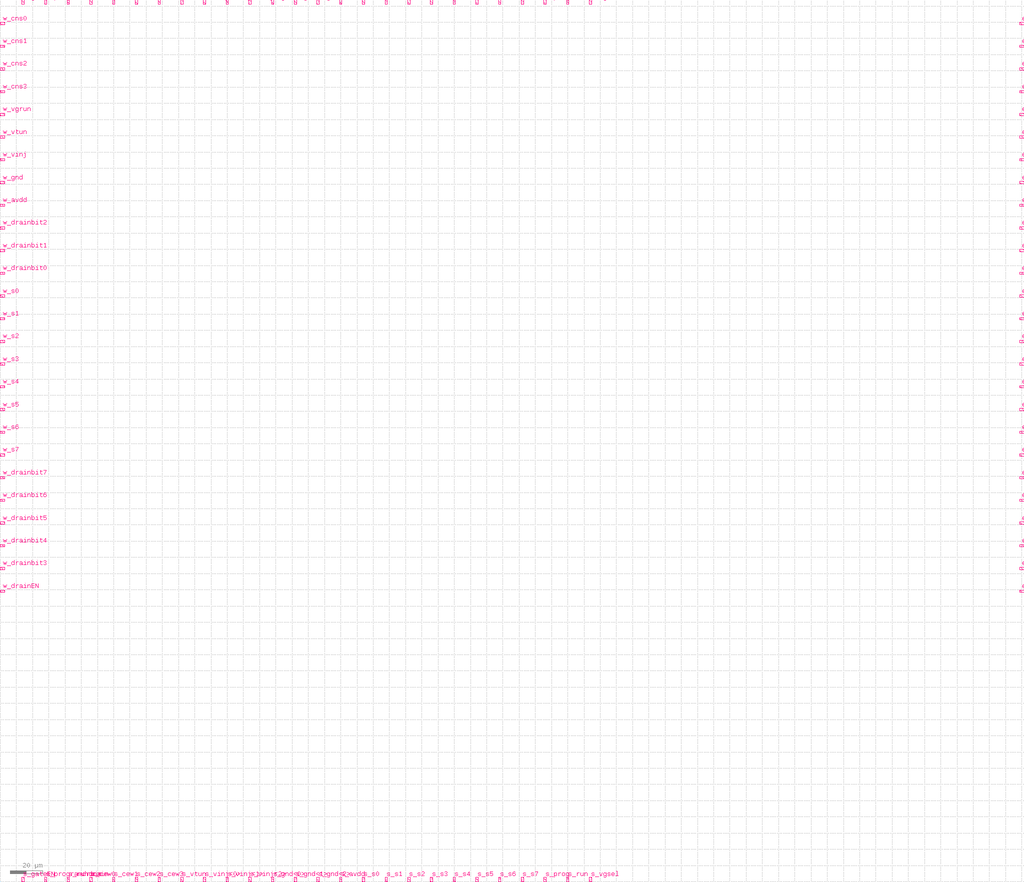
<source format=lef>
VERSION 5.5 ;
NAMESCASESENSITIVE ON ;
BUSBITCHARS "[]" ;
DIVIDERCHAR "/" ;

PROPERTYDEFINITIONS
  LAYER routingPitch REAL ;
END PROPERTYDEFINITIONS

UNITS
  DATABASE MICRONS 1000 ;
END UNITS
MANUFACTURINGGRID 0.01 ;
LAYER POLY1
  TYPE MASTERSLICE ;
END POLY1

LAYER CONT
  TYPE CUT ;
  SPACING 0.4 ;
END CONT

LAYER METAL1
  TYPE ROUTING ;
  DIRECTION HORIZONTAL ;
  PITCH 0 ;
  WIDTH 0.5 ;
  SPACING 0.45 ;
  PROPERTY routingPitch 1.25 ;
END METAL1

LAYER VIA12
  TYPE CUT ;
  SPACING 0.45 ;
END VIA12

LAYER METAL2
  TYPE ROUTING ;
  DIRECTION VERTICAL ;
  PITCH 0 ;
  WIDTH 0.6 ;
  SPACING 0.5 ;
  PROPERTY routingPitch 1.4 ;
END METAL2

LAYER VIA23
  TYPE CUT ;
  SPACING 0.45 ;
END VIA23

LAYER METAL3
  TYPE ROUTING ;
  DIRECTION HORIZONTAL ;
  PITCH 0 ;
  WIDTH 0.6 ;
  SPACING 0.5 ;
  PROPERTY routingPitch 1.25 ;
END METAL3

LAYER VIA34
  TYPE CUT ;
  SPACING 0.45 ;
END VIA34

LAYER METAL4
  TYPE ROUTING ;
  DIRECTION VERTICAL ;
  PITCH 0 ;
  WIDTH 0.6 ;
  SPACING 0.6 ;
  PROPERTY routingPitch 1.4 ;
END METAL4

LAYER OVERLAP
  TYPE OVERLAP ;
END OVERLAP

VIARULE M4_M3 GENERATE
  LAYER METAL3 ;
    ENCLOSURE 0.2 0.2 ;
  LAYER METAL4 ;
    ENCLOSURE 0.15 0.15 ;
  LAYER VIA34 ;
    RECT -0.25 -0.25 0.25 0.25 ;
    SPACING 1 BY 1 ;
END M4_M3

VIARULE M3_M2 GENERATE
  LAYER METAL2 ;
    ENCLOSURE 0.2 0.2 ;
  LAYER METAL3 ;
    ENCLOSURE 0.15 0.15 ;
  LAYER VIA23 ;
    RECT -0.25 -0.25 0.25 0.25 ;
    SPACING 1 BY 1 ;
END M3_M2

VIARULE M2_M1 GENERATE
  LAYER METAL1 ;
    ENCLOSURE 0.2 0.2 ;
  LAYER METAL2 ;
    ENCLOSURE 0.15 0.15 ;
  LAYER VIA12 ;
    RECT -0.25 -0.25 0.25 0.25 ;
    SPACING 1 BY 1 ;
END M2_M1

VIARULE M1_POLY1 GENERATE
  LAYER POLY1 ;
    ENCLOSURE 0.2 0.2 ;
  LAYER METAL1 ;
    ENCLOSURE 0.15 0.15 ;
  LAYER CONT ;
    RECT -0.2 -0.2 0.2 0.2 ;
    SPACING 1 BY 1 ;
END M1_POLY1

VIA M1_POLY1
  LAYER CONT ;
    RECT -0.2 -0.2 0.2 0.2 ;
  LAYER POLY1 ;
    RECT -0.4 -0.4 0.4 0.4 ;
  LAYER METAL1 ;
    RECT -0.35 -0.35 0.35 0.35 ;
END M1_POLY1

VIA M2_M1
  LAYER VIA12 ;
    RECT -0.25 -0.25 0.25 0.25 ;
  LAYER METAL2 ;
    RECT -0.4 -0.4 0.4 0.4 ;
  LAYER METAL1 ;
    RECT -0.45 -0.45 0.45 0.45 ;
END M2_M1

VIA M3_M2
  LAYER VIA23 ;
    RECT -0.25 -0.25 0.25 0.25 ;
  LAYER METAL3 ;
    RECT -0.4 -0.4 0.4 0.4 ;
  LAYER METAL2 ;
    RECT -0.45 -0.45 0.45 0.45 ;
END M3_M2

VIA M4_M3
  LAYER VIA34 ;
    RECT -0.25 -0.25 0.25 0.25 ;
  LAYER METAL4 ;
    RECT -0.4 -0.4 0.4 0.4 ;
  LAYER METAL3 ;
    RECT -0.45 -0.45 0.45 0.45 ;
END M4_M3


MACRO cab1
  PIN n_gateEN
    DIRECTION INOUT ;
    USE SIGNAL ;
    PORT
      LAYER METAL3 ;
        RECT 13.3 541.09 14.7 543.89 ;
    END
  END n_gateEN
  PIN n_programdrain
    DIRECTION INOUT ;
    USE SIGNAL ;
    PORT
      LAYER METAL3 ;
        RECT 27.3 541.09 28.7 543.89 ;
    END
  END n_programdrain
  PIN n_rundrain
    DIRECTION INOUT ;
    USE SIGNAL ;
    PORT
      LAYER METAL3 ;
        RECT 41.3 541.09 42.7 543.89 ;
    END
  END n_rundrain
  PIN n_cew0
    DIRECTION INOUT ;
    USE SIGNAL ;
    PORT
      LAYER METAL3 ;
        RECT 55.3 541.09 56.7 543.89 ;
    END
  END n_cew0
  PIN n_cew1
    DIRECTION INOUT ;
    USE SIGNAL ;
    PORT
      LAYER METAL3 ;
        RECT 69.3 541.09 70.7 543.89 ;
    END
  END n_cew1
  PIN n_cew2
    DIRECTION INOUT ;
    USE SIGNAL ;
    PORT
      LAYER METAL3 ;
        RECT 83.3 541.09 84.7 543.89 ;
    END
  END n_cew2
  PIN n_cew3
    DIRECTION INOUT ;
    USE SIGNAL ;
    PORT
      LAYER METAL3 ;
        RECT 97.3 541.09 98.7 543.89 ;
    END
  END n_cew3
  PIN n_vtun
    DIRECTION INOUT ;
    USE SIGNAL ;
    PORT
      LAYER METAL3 ;
        RECT 111.3 541.09 112.7 543.89 ;
    END
  END n_vtun
  PIN n_vinj<0>
    DIRECTION INOUT ;
    USE SIGNAL ;
    PORT
      LAYER METAL3 ;
        RECT 125.3 541.09 126.7 543.89 ;
    END
  END n_vinj<0>
  PIN n_vinj<1>
    DIRECTION INOUT ;
    USE SIGNAL ;
    PORT
      LAYER METAL3 ;
        RECT 139.3 541.09 140.7 543.89 ;
    END
  END n_vinj<1>
  PIN n_vinj<2>
    DIRECTION INOUT ;
    USE SIGNAL ;
    PORT
      LAYER METAL3 ;
        RECT 153.3 541.09 154.7 543.89 ;
    END
  END n_vinj<2>
  PIN n_gnd<0>
    DIRECTION INOUT ;
    USE SIGNAL ;
    PORT
      LAYER METAL3 ;
        RECT 167.3 541.09 168.7 543.89 ;
    END
  END n_gnd<0>
  PIN n_gnd<1>
    DIRECTION INOUT ;
    USE SIGNAL ;
    PORT
      LAYER METAL3 ;
        RECT 181.3 541.09 182.7 543.89 ;
    END
  END n_gnd<1>
  PIN n_gnd<2>
    DIRECTION INOUT ;
    USE SIGNAL ;
    PORT
      LAYER METAL3 ;
        RECT 195.3 541.09 196.7 543.89 ;
    END
  END n_gnd<2>
  PIN n_avdd
    DIRECTION INOUT ;
    USE SIGNAL ;
    PORT
      LAYER METAL3 ;
        RECT 209.3 541.09 210.7 543.89 ;
    END
  END n_avdd
  PIN n_s0
    DIRECTION INOUT ;
    USE SIGNAL ;
    PORT
      LAYER METAL3 ;
        RECT 223.3 541.09 224.7 543.89 ;
    END
  END n_s0
  PIN n_s1
    DIRECTION INOUT ;
    USE SIGNAL ;
    PORT
      LAYER METAL3 ;
        RECT 237.3 541.09 238.7 543.89 ;
    END
  END n_s1
  PIN n_s2
    DIRECTION INOUT ;
    USE SIGNAL ;
    PORT
      LAYER METAL3 ;
        RECT 251.3 541.09 252.7 543.89 ;
    END
  END n_s2
  PIN n_s3
    DIRECTION INOUT ;
    USE SIGNAL ;
    PORT
      LAYER METAL3 ;
        RECT 265.3 541.09 266.7 543.89 ;
    END
  END n_s3
  PIN n_s4
    DIRECTION INOUT ;
    USE SIGNAL ;
    PORT
      LAYER METAL3 ;
        RECT 279.3 541.09 280.7 543.89 ;
    END
  END n_s4
  PIN n_s5
    DIRECTION INOUT ;
    USE SIGNAL ;
    PORT
      LAYER METAL3 ;
        RECT 293.3 541.09 294.7 543.89 ;
    END
  END n_s5
  PIN n_s6
    DIRECTION INOUT ;
    USE SIGNAL ;
    PORT
      LAYER METAL3 ;
        RECT 307.3 541.09 308.7 543.89 ;
    END
  END n_s6
  PIN n_s7
    DIRECTION INOUT ;
    USE SIGNAL ;
    PORT
      LAYER METAL3 ;
        RECT 321.3 541.09 322.7 543.89 ;
    END
  END n_s7
  PIN n_prog
    DIRECTION INOUT ;
    USE SIGNAL ;
    PORT
      LAYER METAL3 ;
        RECT 335.3 541.09 336.7 543.89 ;
    END
  END n_prog
  PIN n_run
    DIRECTION INOUT ;
    USE SIGNAL ;
    PORT
      LAYER METAL3 ;
        RECT 349.3 541.09 350.7 543.89 ;
    END
  END n_run
  PIN n_vgsel
    DIRECTION INOUT ;
    USE SIGNAL ;
    PORT
      LAYER METAL3 ;
        RECT 363.3 541.09 364.7 543.89 ;
    END
  END n_vgsel
  PIN e_cns0
    DIRECTION INOUT ;
    USE SIGNAL ;
    PORT
      LAYER METAL3 ;
        RECT 628.58 528.49 631.38 529.89 ;
    END
  END e_cns0
  PIN e_cns1
    DIRECTION INOUT ;
    USE SIGNAL ;
    PORT
      LAYER METAL3 ;
        RECT 628.58 514.49 631.38 515.89 ;
    END
  END e_cns1
  PIN e_cns2
    DIRECTION INOUT ;
    USE SIGNAL ;
    PORT
      LAYER METAL3 ;
        RECT 628.58 500.49 631.38 501.89 ;
    END
  END e_cns2
  PIN e_cns3
    DIRECTION INOUT ;
    USE SIGNAL ;
    PORT
      LAYER METAL3 ;
        RECT 628.58 486.49 631.38 487.89 ;
    END
  END e_cns3
  PIN e_vgrun
    DIRECTION INOUT ;
    USE SIGNAL ;
    PORT
      LAYER METAL3 ;
        RECT 628.58 472.49 631.38 473.89 ;
    END
  END e_vgrun
  PIN e_vtun
    DIRECTION INOUT ;
    USE SIGNAL ;
    PORT
      LAYER METAL3 ;
        RECT 628.58 458.49 631.38 459.89 ;
    END
  END e_vtun
  PIN e_vinj
    DIRECTION INOUT ;
    USE SIGNAL ;
    PORT
      LAYER METAL3 ;
        RECT 628.58 444.49 631.38 445.89 ;
    END
  END e_vinj
  PIN e_gnd
    DIRECTION INOUT ;
    USE SIGNAL ;
    PORT
      LAYER METAL3 ;
        RECT 628.58 430.49 631.38 431.89 ;
    END
  END e_gnd
  PIN e_avdd
    DIRECTION INOUT ;
    USE SIGNAL ;
    PORT
      LAYER METAL3 ;
        RECT 628.58 416.49 631.38 417.89 ;
    END
  END e_avdd
  PIN e_drainbit2
    DIRECTION INOUT ;
    USE SIGNAL ;
    PORT
      LAYER METAL3 ;
        RECT 628.58 402.49 631.38 403.89 ;
    END
  END e_drainbit2
  PIN e_drainbit1
    DIRECTION INOUT ;
    USE SIGNAL ;
    PORT
      LAYER METAL3 ;
        RECT 628.58 388.49 631.38 389.89 ;
    END
  END e_drainbit1
  PIN e_drainbit0
    DIRECTION INOUT ;
    USE SIGNAL ;
    PORT
      LAYER METAL3 ;
        RECT 628.58 374.49 631.38 375.89 ;
    END
  END e_drainbit0
  PIN e_s0
    DIRECTION INOUT ;
    USE SIGNAL ;
    PORT
      LAYER METAL3 ;
        RECT 628.58 360.49 631.38 361.89 ;
    END
  END e_s0
  PIN e_s1
    DIRECTION INOUT ;
    USE SIGNAL ;
    PORT
      LAYER METAL3 ;
        RECT 628.58 346.49 631.38 347.89 ;
    END
  END e_s1
  PIN e_s2
    DIRECTION INOUT ;
    USE SIGNAL ;
    PORT
      LAYER METAL3 ;
        RECT 628.58 332.49 631.38 333.89 ;
    END
  END e_s2
  PIN e_s3
    DIRECTION INOUT ;
    USE SIGNAL ;
    PORT
      LAYER METAL3 ;
        RECT 628.58 318.49 631.38 319.89 ;
    END
  END e_s3
  PIN e_s4
    DIRECTION INOUT ;
    USE SIGNAL ;
    PORT
      LAYER METAL3 ;
        RECT 628.58 304.49 631.38 305.89 ;
    END
  END e_s4
  PIN e_s5
    DIRECTION INOUT ;
    USE SIGNAL ;
    PORT
      LAYER METAL3 ;
        RECT 628.58 290.49 631.38 291.89 ;
    END
  END e_s5
  PIN e_s6
    DIRECTION INOUT ;
    USE SIGNAL ;
    PORT
      LAYER METAL3 ;
        RECT 628.58 276.49 631.38 277.89 ;
    END
  END e_s6
  PIN e_s7
    DIRECTION INOUT ;
    USE SIGNAL ;
    PORT
      LAYER METAL3 ;
        RECT 628.58 262.49 631.38 263.89 ;
    END
  END e_s7
  PIN e_drainbit7
    DIRECTION INOUT ;
    USE SIGNAL ;
    PORT
      LAYER METAL3 ;
        RECT 628.58 248.49 631.38 249.89 ;
    END
  END e_drainbit7
  PIN e_drainbit6
    DIRECTION INOUT ;
    USE SIGNAL ;
    PORT
      LAYER METAL3 ;
        RECT 628.58 234.49 631.38 235.89 ;
    END
  END e_drainbit6
  PIN e_drainbit5
    DIRECTION INOUT ;
    USE SIGNAL ;
    PORT
      LAYER METAL3 ;
        RECT 628.58 220.49 631.38 221.89 ;
    END
  END e_drainbit5
  PIN e_drainbit4
    DIRECTION INOUT ;
    USE SIGNAL ;
    PORT
      LAYER METAL3 ;
        RECT 628.58 206.49 631.38 207.89 ;
    END
  END e_drainbit4
  PIN e_drainbit3
    DIRECTION INOUT ;
    USE SIGNAL ;
    PORT
      LAYER METAL3 ;
        RECT 628.58 192.49 631.38 193.89 ;
    END
  END e_drainbit3
  PIN e_drainEN
    DIRECTION INOUT ;
    USE SIGNAL ;
    PORT
      LAYER METAL3 ;
        RECT 628.58 178.49 631.38 179.89 ;
    END
  END e_drainEN
  PIN s_gateEN
    DIRECTION INOUT ;
    USE SIGNAL ;
    PORT
      LAYER METAL3 ;
        RECT 13.3 0.0 14.7 2.8 ;
    END
  END s_gateEN
  PIN s_programdrain
    DIRECTION INOUT ;
    USE SIGNAL ;
    PORT
      LAYER METAL3 ;
        RECT 27.3 0.0 28.7 2.8 ;
    END
  END s_programdrain
  PIN s_rundrain
    DIRECTION INOUT ;
    USE SIGNAL ;
    PORT
      LAYER METAL3 ;
        RECT 41.3 0.0 42.7 2.8 ;
    END
  END s_rundrain
  PIN s_cew0
    DIRECTION INOUT ;
    USE SIGNAL ;
    PORT
      LAYER METAL3 ;
        RECT 55.3 0.0 56.7 2.8 ;
    END
  END s_cew0
  PIN s_cew1
    DIRECTION INOUT ;
    USE SIGNAL ;
    PORT
      LAYER METAL3 ;
        RECT 69.3 0.0 70.7 2.8 ;
    END
  END s_cew1
  PIN s_cew2
    DIRECTION INOUT ;
    USE SIGNAL ;
    PORT
      LAYER METAL3 ;
        RECT 83.3 0.0 84.7 2.8 ;
    END
  END s_cew2
  PIN s_cew3
    DIRECTION INOUT ;
    USE SIGNAL ;
    PORT
      LAYER METAL3 ;
        RECT 97.3 0.0 98.7 2.8 ;
    END
  END s_cew3
  PIN s_vtun
    DIRECTION INOUT ;
    USE SIGNAL ;
    PORT
      LAYER METAL3 ;
        RECT 111.3 0.0 112.7 2.8 ;
    END
  END s_vtun
  PIN s_vinj<0>
    DIRECTION INOUT ;
    USE SIGNAL ;
    PORT
      LAYER METAL3 ;
        RECT 125.3 0.0 126.7 2.8 ;
    END
  END s_vinj<0>
  PIN s_vinj<1>
    DIRECTION INOUT ;
    USE SIGNAL ;
    PORT
      LAYER METAL3 ;
        RECT 139.3 0.0 140.7 2.8 ;
    END
  END s_vinj<1>
  PIN s_vinj<2>
    DIRECTION INOUT ;
    USE SIGNAL ;
    PORT
      LAYER METAL3 ;
        RECT 153.3 0.0 154.7 2.8 ;
    END
  END s_vinj<2>
  PIN s_gnd<0>
    DIRECTION INOUT ;
    USE SIGNAL ;
    PORT
      LAYER METAL3 ;
        RECT 167.3 0.0 168.7 2.8 ;
    END
  END s_gnd<0>
  PIN s_gnd<1>
    DIRECTION INOUT ;
    USE SIGNAL ;
    PORT
      LAYER METAL3 ;
        RECT 181.3 0.0 182.7 2.8 ;
    END
  END s_gnd<1>
  PIN s_gnd<2>
    DIRECTION INOUT ;
    USE SIGNAL ;
    PORT
      LAYER METAL3 ;
        RECT 195.3 0.0 196.7 2.8 ;
    END
  END s_gnd<2>
  PIN s_avdd
    DIRECTION INOUT ;
    USE SIGNAL ;
    PORT
      LAYER METAL3 ;
        RECT 209.3 0.0 210.7 2.8 ;
    END
  END s_avdd
  PIN s_s0
    DIRECTION INOUT ;
    USE SIGNAL ;
    PORT
      LAYER METAL3 ;
        RECT 223.3 0.0 224.7 2.8 ;
    END
  END s_s0
  PIN s_s1
    DIRECTION INOUT ;
    USE SIGNAL ;
    PORT
      LAYER METAL3 ;
        RECT 237.3 0.0 238.7 2.8 ;
    END
  END s_s1
  PIN s_s2
    DIRECTION INOUT ;
    USE SIGNAL ;
    PORT
      LAYER METAL3 ;
        RECT 251.3 0.0 252.7 2.8 ;
    END
  END s_s2
  PIN s_s3
    DIRECTION INOUT ;
    USE SIGNAL ;
    PORT
      LAYER METAL3 ;
        RECT 265.3 0.0 266.7 2.8 ;
    END
  END s_s3
  PIN s_s4
    DIRECTION INOUT ;
    USE SIGNAL ;
    PORT
      LAYER METAL3 ;
        RECT 279.3 0.0 280.7 2.8 ;
    END
  END s_s4
  PIN s_s5
    DIRECTION INOUT ;
    USE SIGNAL ;
    PORT
      LAYER METAL3 ;
        RECT 293.3 0.0 294.7 2.8 ;
    END
  END s_s5
  PIN s_s6
    DIRECTION INOUT ;
    USE SIGNAL ;
    PORT
      LAYER METAL3 ;
        RECT 307.3 0.0 308.7 2.8 ;
    END
  END s_s6
  PIN s_s7
    DIRECTION INOUT ;
    USE SIGNAL ;
    PORT
      LAYER METAL3 ;
        RECT 321.3 0.0 322.7 2.8 ;
    END
  END s_s7
  PIN s_prog
    DIRECTION INOUT ;
    USE SIGNAL ;
    PORT
      LAYER METAL3 ;
        RECT 335.3 0.0 336.7 2.8 ;
    END
  END s_prog
  PIN s_run
    DIRECTION INOUT ;
    USE SIGNAL ;
    PORT
      LAYER METAL3 ;
        RECT 349.3 0.0 350.7 2.8 ;
    END
  END s_run
  PIN s_vgsel
    DIRECTION INOUT ;
    USE SIGNAL ;
    PORT
      LAYER METAL3 ;
        RECT 363.3 0.0 364.7 2.8 ;
    END
  END s_vgsel
  PIN w_cns0
    DIRECTION INOUT ;
    USE SIGNAL ;
    PORT
      LAYER METAL3 ;
        RECT 0.0 528.49 2.8 529.89 ;
    END
  END w_cns0
  PIN w_cns1
    DIRECTION INOUT ;
    USE SIGNAL ;
    PORT
      LAYER METAL3 ;
        RECT 0.0 514.49 2.8 515.89 ;
    END
  END w_cns1
  PIN w_cns2
    DIRECTION INOUT ;
    USE SIGNAL ;
    PORT
      LAYER METAL3 ;
        RECT 0.0 500.49 2.8 501.89 ;
    END
  END w_cns2
  PIN w_cns3
    DIRECTION INOUT ;
    USE SIGNAL ;
    PORT
      LAYER METAL3 ;
        RECT 0.0 486.49 2.8 487.89 ;
    END
  END w_cns3
  PIN w_vgrun
    DIRECTION INOUT ;
    USE SIGNAL ;
    PORT
      LAYER METAL3 ;
        RECT 0.0 472.49 2.8 473.89 ;
    END
  END w_vgrun
  PIN w_vtun
    DIRECTION INOUT ;
    USE SIGNAL ;
    PORT
      LAYER METAL3 ;
        RECT 0.0 458.49 2.8 459.89 ;
    END
  END w_vtun
  PIN w_vinj
    DIRECTION INOUT ;
    USE SIGNAL ;
    PORT
      LAYER METAL3 ;
        RECT 0.0 444.49 2.8 445.89 ;
    END
  END w_vinj
  PIN w_gnd
    DIRECTION INOUT ;
    USE SIGNAL ;
    PORT
      LAYER METAL3 ;
        RECT 0.0 430.49 2.8 431.89 ;
    END
  END w_gnd
  PIN w_avdd
    DIRECTION INOUT ;
    USE SIGNAL ;
    PORT
      LAYER METAL3 ;
        RECT 0.0 416.49 2.8 417.89 ;
    END
  END w_avdd
  PIN w_drainbit2
    DIRECTION INOUT ;
    USE SIGNAL ;
    PORT
      LAYER METAL3 ;
        RECT 0.0 402.49 2.8 403.89 ;
    END
  END w_drainbit2
  PIN w_drainbit1
    DIRECTION INOUT ;
    USE SIGNAL ;
    PORT
      LAYER METAL3 ;
        RECT 0.0 388.49 2.8 389.89 ;
    END
  END w_drainbit1
  PIN w_drainbit0
    DIRECTION INOUT ;
    USE SIGNAL ;
    PORT
      LAYER METAL3 ;
        RECT 0.0 374.49 2.8 375.89 ;
    END
  END w_drainbit0
  PIN w_s0
    DIRECTION INOUT ;
    USE SIGNAL ;
    PORT
      LAYER METAL3 ;
        RECT 0.0 360.49 2.8 361.89 ;
    END
  END w_s0
  PIN w_s1
    DIRECTION INOUT ;
    USE SIGNAL ;
    PORT
      LAYER METAL3 ;
        RECT 0.0 346.49 2.8 347.89 ;
    END
  END w_s1
  PIN w_s2
    DIRECTION INOUT ;
    USE SIGNAL ;
    PORT
      LAYER METAL3 ;
        RECT 0.0 332.49 2.8 333.89 ;
    END
  END w_s2
  PIN w_s3
    DIRECTION INOUT ;
    USE SIGNAL ;
    PORT
      LAYER METAL3 ;
        RECT 0.0 318.49 2.8 319.89 ;
    END
  END w_s3
  PIN w_s4
    DIRECTION INOUT ;
    USE SIGNAL ;
    PORT
      LAYER METAL3 ;
        RECT 0.0 304.49 2.8 305.89 ;
    END
  END w_s4
  PIN w_s5
    DIRECTION INOUT ;
    USE SIGNAL ;
    PORT
      LAYER METAL3 ;
        RECT 0.0 290.49 2.8 291.89 ;
    END
  END w_s5
  PIN w_s6
    DIRECTION INOUT ;
    USE SIGNAL ;
    PORT
      LAYER METAL3 ;
        RECT 0.0 276.49 2.8 277.89 ;
    END
  END w_s6
  PIN w_s7
    DIRECTION INOUT ;
    USE SIGNAL ;
    PORT
      LAYER METAL3 ;
        RECT 0.0 262.49 2.8 263.89 ;
    END
  END w_s7
  PIN w_drainbit7
    DIRECTION INOUT ;
    USE SIGNAL ;
    PORT
      LAYER METAL3 ;
        RECT 0.0 248.49 2.8 249.89 ;
    END
  END w_drainbit7
  PIN w_drainbit6
    DIRECTION INOUT ;
    USE SIGNAL ;
    PORT
      LAYER METAL3 ;
        RECT 0.0 234.49 2.8 235.89 ;
    END
  END w_drainbit6
  PIN w_drainbit5
    DIRECTION INOUT ;
    USE SIGNAL ;
    PORT
      LAYER METAL3 ;
        RECT 0.0 220.49 2.8 221.89 ;
    END
  END w_drainbit5
  PIN w_drainbit4
    DIRECTION INOUT ;
    USE SIGNAL ;
    PORT
      LAYER METAL3 ;
        RECT 0.0 206.49 2.8 207.89 ;
    END
  END w_drainbit4
  PIN w_drainbit3
    DIRECTION INOUT ;
    USE SIGNAL ;
    PORT
      LAYER METAL3 ;
        RECT 0.0 192.49 2.8 193.89 ;
    END
  END w_drainbit3
  PIN w_drainEN
    DIRECTION INOUT ;
    USE SIGNAL ;
    PORT
      LAYER METAL3 ;
        RECT 0.0 178.49 2.8 179.89 ;
    END
  END w_drainEN
END cab1

END LIBRARY
</source>
